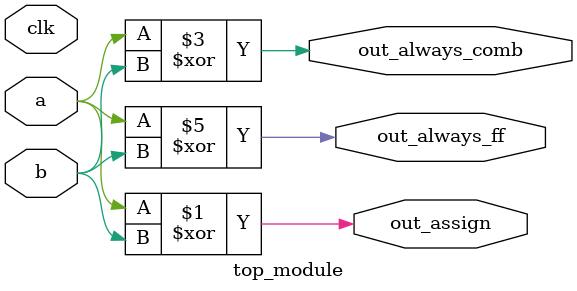
<source format=v>
module top_module(
    input clk,
    input a,
    input b,
    output wire out_assign,
    output reg out_always_comb,
    output reg out_always_ff   );
    assign out_assign=a^b;
    always @(*) begin
        out_always_comb=a^b;
    end
    always @(clk) begin
        out_always_ff<=a^b;
    end
endmodule

</source>
